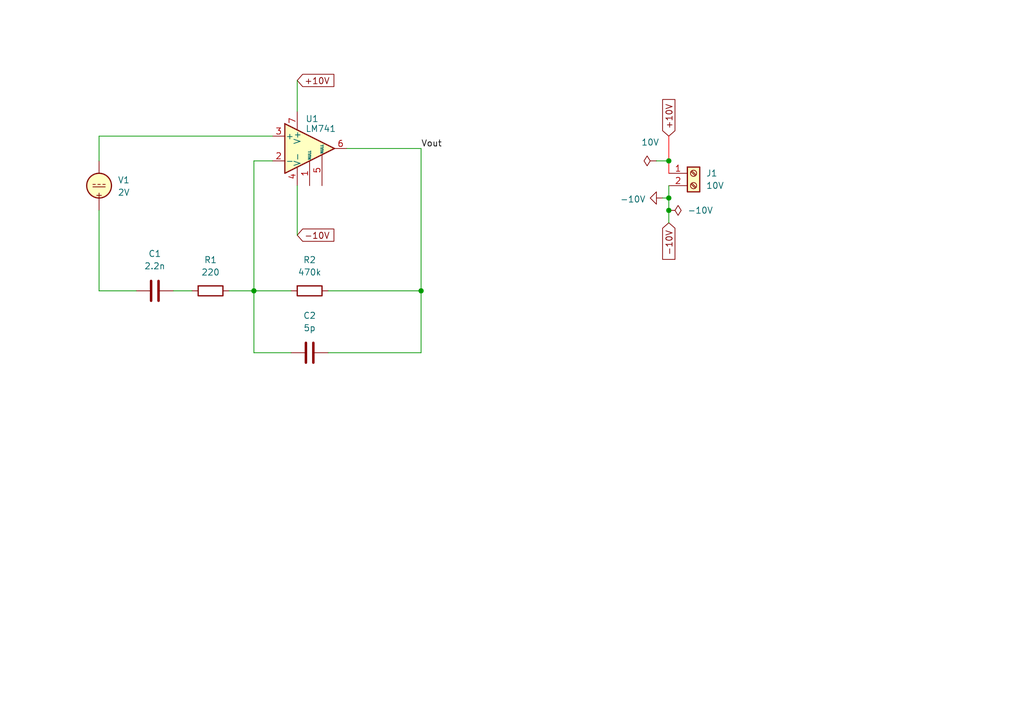
<source format=kicad_sch>
(kicad_sch (version 20250114) (generator "eeschema") (generator_version "9.0")
  (paper "A5")
  (lib_symbols
    (symbol "Amplifier_Operational:LM741" (pin_names (offset 0.127))
      (property "Reference" "U" (at 0 6.35 0))
      (property "Value" "LM741" (at 0 3.81 0))
      (symbol "LM741_0_1"
        (polyline (pts (xy -5.08 5.08) (xy 5.08 0) (xy -5.08 -5.08) (xy -5.08 5.08)) (stroke (width 0.254)) (fill (type background)))
      )
      (symbol "LM741_1_1"
        (pin input line (at -7.62 2.54 0) (length 2.54) (name "+") (number "3"))
        (pin input line (at -7.62 -2.54 0) (length 2.54) (name "-") (number "2"))
        (pin power_in line (at -2.54 7.62 270) (length 3.81) (name "V+") (number "7"))
        (pin power_in line (at -2.54 -7.62 90) (length 3.81) (name "V-") (number "4"))
        (pin no_connect line (at 0 2.54 270) (length 2.54) (hide yes) (name "NC") (number "8"))
        (pin input line (at 0 -7.62 90) (length 5.08) (name "NULL") (number "1"))
        (pin input line (at 2.54 -7.62 90) (length 6.35) (name "NULL") (number "5"))
        (pin output line (at 7.62 0 180) (length 2.54) (name "~") (number "6"))
      )
    )
    (symbol "Connector:Screw_Terminal_01x02" (pin_names (offset 1.016) (hide yes))
      (property "Reference" "J" (at 0 2.54 0))
      (property "Value" "Screw_Terminal_01x02" (at 0 -5.08 0))
      (symbol "Screw_Terminal_01x02_1_1"
        (rectangle (start -1.27 1.27) (end 1.27 -3.81) (stroke (width 0.254)) (fill (type background)))
        (polyline (pts (xy -0.5334 0.3302) (xy 0.3302 -0.508)) (stroke (width 0.1524)))
        (polyline (pts (xy -0.5334 -2.2098) (xy 0.3302 -3.048)) (stroke (width 0.1524)))
        (polyline (pts (xy -0.3556 0.508) (xy 0.508 -0.3302)) (stroke (width 0.1524)))
        (polyline (pts (xy -0.3556 -2.032) (xy 0.508 -2.8702)) (stroke (width 0.1524)))
        (circle (center 0 0) (radius 0.635) (stroke (width 0.1524)))
        (circle (center 0 -2.54) (radius 0.635) (stroke (width 0.1524)))
        (pin passive line (at -5.08 0 0) (length 3.81) (name "Pin_1") (number "1"))
        (pin passive line (at -5.08 -2.54 0) (length 3.81) (name "Pin_2") (number "2"))
      )
    )
    (symbol "Device:C" (pin_numbers (hide yes)) (pin_names (offset 0.254))
      (property "Reference" "C" (at 0.635 2.54 0))
      (property "Value" "C" (at 0.635 -2.54 0))
      (symbol "C_0_1"
        (polyline (pts (xy -2.032 0.762) (xy 2.032 0.762)) (stroke (width 0.508)))
        (polyline (pts (xy -2.032 -0.762) (xy 2.032 -0.762)) (stroke (width 0.508)))
      )
      (symbol "C_1_1"
        (pin passive line (at 0 3.81 270) (length 2.794) (name "~") (number "1"))
        (pin passive line (at 0 -3.81 90) (length 2.794) (name "~") (number "2"))
      )
    )
    (symbol "Device:R" (pin_numbers (hide yes)) (pin_names (offset 0))
      (property "Reference" "R" (at 2.032 0 90))
      (property "Value" "R" (at 0 0 90))
      (symbol "R_0_1"
        (rectangle (start -1.016 -2.54) (end 1.016 2.54) (stroke (width 0.254)))
      )
      (symbol "R_1_1"
        (pin passive line (at 0 3.81 270) (length 1.27) (name "~") (number "1"))
        (pin passive line (at 0 -3.81 90) (length 1.27) (name "~") (number "2"))
      )
    )
    (symbol "Simulation_SPICE:VDC" (pin_numbers (hide yes)) (pin_names (offset 0.0254))
      (property "Reference" "V" (at 2.54 2.54 0))
      (property "Value" "1" (at 2.54 0 0))
      (symbol "VDC_0_0"
        (polyline (pts (xy -1.27 0.254) (xy 1.27 0.254)))
        (polyline (pts (xy -0.762 -0.254) (xy -1.27 -0.254)))
        (polyline (pts (xy 0.254 -0.254) (xy -0.254 -0.254)))
        (polyline (pts (xy 1.27 -0.254) (xy 0.762 -0.254)))
        (text "+" (at 0 1.905 0) (effects (font (size 1.27 1.27))))
      )
      (symbol "VDC_0_1"
        (circle (center 0 0) (radius 2.54) (stroke (width 0.254)) (fill (type background)))
      )
      (symbol "VDC_1_1"
        (pin passive line (at 0 5.08 270) (length 2.54) (name "~") (number "1"))
        (pin passive line (at 0 -5.08 90) (length 2.54) (name "~") (number "2"))
      )
    )
    (symbol "power:GND" (power) (pin_numbers (hide yes)) (pin_names (offset 0) (hide yes))
      (property "Value" "GND" (at 0 -3.81 0))
      (symbol "GND_0_1"
        (polyline (pts (xy 0 0) (xy 0 -1.27) (xy 1.27 -1.27) (xy 0 -2.54) (xy -1.27 -1.27) (xy 0 -1.27)))
      )
      (symbol "GND_1_1"
        (pin power_in line (at 0 0 270) (length 0) (name "~") (number "1"))
      )
    )
    (symbol "power:PWR_FLAG" (power) (pin_numbers (hide yes)) (pin_names (offset 0) (hide yes))
      (property "Value" "PWR_FLAG" (at 0 3.81 0))
      (symbol "PWR_FLAG_0_0"
        (pin power_out line (at 0 0 90) (length 0) (name "~") (number "1"))
      )
      (symbol "PWR_FLAG_0_1"
        (polyline (pts (xy 0 0) (xy 0 1.27) (xy -1.016 1.905) (xy 0 2.54) (xy 1.016 1.905) (xy 0 1.27)))
      )
    )
  )
  (junction (at 137.16 33.02))
  (junction (at 137.16 40.64))
  (junction (at 137.16 43.18))
  (junction (at 52.07 59.69))
  (junction (at 86.36 59.69))
  (wire (pts (xy 137.16 38.1) (xy 137.16 40.64)))
  (wire (pts (xy 20.32 27.94) (xy 55.88 27.94)))
  (wire (pts (xy 60.96 48.26) (xy 60.96 38.1)))
  (wire (pts (xy 137.16 27.94) (xy 137.16 33.02)) (stroke (width 0) (color 255 0 0 1)))
  (wire (pts (xy 67.31 59.69) (xy 86.36 59.69)))
  (wire (pts (xy 35.56 59.69) (xy 39.37 59.69)))
  (wire (pts (xy 86.36 30.48) (xy 86.36 59.69)))
  (wire (pts (xy 20.32 33.02) (xy 20.32 27.94)))
  (wire (pts (xy 52.07 33.02) (xy 52.07 59.69)))
  (wire (pts (xy 137.16 43.18) (xy 137.16 45.72)))
  (wire (pts (xy 137.16 40.64) (xy 137.16 43.18)))
  (wire (pts (xy 52.07 59.69) (xy 59.69 59.69)))
  (wire (pts (xy 86.36 72.39) (xy 86.36 59.69)))
  (wire (pts (xy 67.31 72.39) (xy 86.36 72.39)))
  (wire (pts (xy 27.94 59.69) (xy 20.32 59.69)))
  (wire (pts (xy 134.62 33.02) (xy 137.16 33.02)))
  (wire (pts (xy 137.16 35.56) (xy 137.16 33.02)) (stroke (width 0) (color 255 0 0 1)))
  (wire (pts (xy 60.96 16.51) (xy 60.96 22.86)))
  (wire (pts (xy 59.69 72.39) (xy 52.07 72.39)))
  (wire (pts (xy 135.89 40.64) (xy 137.16 40.64)))
  (wire (pts (xy 52.07 72.39) (xy 52.07 59.69)))
  (wire (pts (xy 71.12 30.48) (xy 86.36 30.48)))
  (wire (pts (xy 20.32 43.18) (xy 20.32 59.69)))
  (wire (pts (xy 52.07 33.02) (xy 55.88 33.02)))
  (wire (pts (xy 46.99 59.69) (xy 52.07 59.69)))
  (label "Vout" (at 86.36 30.48 0))
  (global_label "-10V" (shape input) (at 60.96 48.26 0) (property "Intersheetrefs" "${INTERSHEET_REFS}" (effects (hide yes))))
  (global_label "-10V" (shape input) (at 137.16 45.72 270) (property "Intersheetrefs" "${INTERSHEET_REFS}" (effects (hide yes))))
  (global_label "+10V" (shape input) (at 137.16 27.94 90) (property "Intersheetrefs" "${INTERSHEET_REFS}" (effects (hide yes))))
  (global_label "+10V" (shape input) (at 60.96 16.51 0) (property "Intersheetrefs" "${INTERSHEET_REFS}" (effects (hide yes))))
  (symbol (lib_id "Connector:Screw_Terminal_01x02") (at 142.24 35.56 0) (unit 1)
    (property "Reference" "J1" (at 144.78 35.5599 0) (effects (justify left)))
    (property "Value" "10V" (at 144.78 38.0999 0) (effects (justify left)))
    (property "Footprint" "TerminalBlock:TerminalBlock_Xinya_XY308-2.54-2P_1x02_P2.54mm_Horizontal" (effects (hide yes)))
    (property "Description" "Generic screw terminal, single row, 01x02, script generated (kicad-library-utils/schlib/autogen/connector/)" (effects (hide yes)))
    (property "Sim.Device" "V" (effects (hide yes)))
    (property "Sim.Type" "DC" (effects (hide yes)))
    (property "Sim.Pins" "1=+ 2=-" (effects (hide yes)))
  )
  (symbol (lib_id "power:GND") (at 135.89 40.64 270) (unit 1)
    (property "Reference" "#PWR03" (effects (hide yes)))
    (property "Value" "-10V" (at 129.794 40.894 90))
    (property "Description" "Power symbol creates a global label with name \"GND\" , ground" (effects (hide yes)))
  )
  (symbol (lib_id "power:PWR_FLAG") (at 137.16 43.18 270) (unit 1)
    (property "Reference" "#FLG02" (effects (hide yes)))
    (property "Value" "-10V" (at 140.97 43.1799 90) (effects (justify left)))
    (property "Description" "Special symbol for telling ERC where power comes from" (effects (hide yes)))
  )
  (symbol (lib_id "Amplifier_Operational:LM741") (at 63.5 30.48 0) (unit 1)
    (property "Reference" "U1" (at 64.008 24.384 0))
    (property "Value" "LM741" (at 65.786 26.416 0))
    (property "Datasheet" "http://www.ti.com/lit/ds/symlink/lm741.pdf" (effects (hide yes)))
    (property "Description" "Operational Amplifier, DIP-8/TO-99-8" (effects (hide yes)))
    (property "Sim.Library" "/home/kjetil/kicad/lm741.lib" (effects (hide yes)))
    (property "Sim.Name" "LM741" (effects (hide yes)))
    (property "Sim.Device" "SUBCKT" (effects (hide yes)))
    (property "Sim.Pins" "1=1 2=2 3=99 4=50 5=28" (effects (hide yes)))
  )
  (symbol (lib_id "Device:R") (at 43.18 59.69 90) (unit 1)
    (property "Reference" "R1" (at 43.18 53.34 90))
    (property "Value" "220" (at 43.18 55.88 90))
    (property "Description" "Resistor" (effects (hide yes)))
  )
  (symbol (lib_id "Simulation_SPICE:VDC") (at 20.32 38.1 180) (unit 1)
    (property "Reference" "V1" (at 24.13 36.9597 0) (effects (justify right)))
    (property "Value" "2V" (at 24.13 39.4997 0) (effects (justify right)))
    (property "Datasheet" "https://ngspice.sourceforge.io/docs/ngspice-html-manual/manual.xhtml#sec_Independent_Sources_for" (effects (hide yes)))
    (property "Description" "Voltage source, DC" (effects (hide yes)))
    (property "Sim.Pins" "1=+ 2=-" (effects (hide yes)))
    (property "Sim.Type" "DC" (effects (hide yes)))
    (property "Sim.Device" "V" (effects (hide yes)))
  )
  (symbol (lib_id "Device:C") (at 31.75 59.69 90) (unit 1)
    (property "Reference" "C1" (at 31.75 52.07 90))
    (property "Value" "2.2n" (at 31.75 54.61 90))
    (property "Description" "Unpolarized capacitor" (effects (hide yes)))
  )
  (symbol (lib_id "Device:C") (at 63.5 72.39 90) (unit 1)
    (property "Reference" "C2" (at 63.5 64.77 90))
    (property "Value" "5p" (at 63.5 67.31 90))
    (property "Description" "Unpolarized capacitor" (effects (hide yes)))
  )
  (symbol (lib_id "power:PWR_FLAG") (at 134.62 33.02 90) (unit 1)
    (property "Reference" "#FLG01" (effects (hide yes)))
    (property "Value" "10V" (at 133.35 29.21 90))
    (property "Description" "Special symbol for telling ERC where power comes from" (effects (hide yes)))
  )
  (symbol (lib_id "Device:R") (at 63.5 59.69 270) (unit 1)
    (property "Reference" "R2" (at 63.5 53.34 90))
    (property "Value" "470k" (at 63.5 55.88 90))
    (property "Description" "Resistor" (effects (hide yes)))
  )
)
</source>
